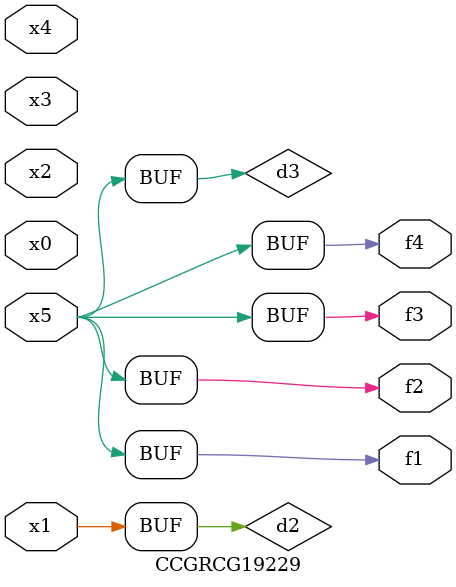
<source format=v>
module CCGRCG19229(
	input x0, x1, x2, x3, x4, x5,
	output f1, f2, f3, f4
);

	wire d1, d2, d3;

	not (d1, x5);
	or (d2, x1);
	xnor (d3, d1);
	assign f1 = d3;
	assign f2 = d3;
	assign f3 = d3;
	assign f4 = d3;
endmodule

</source>
